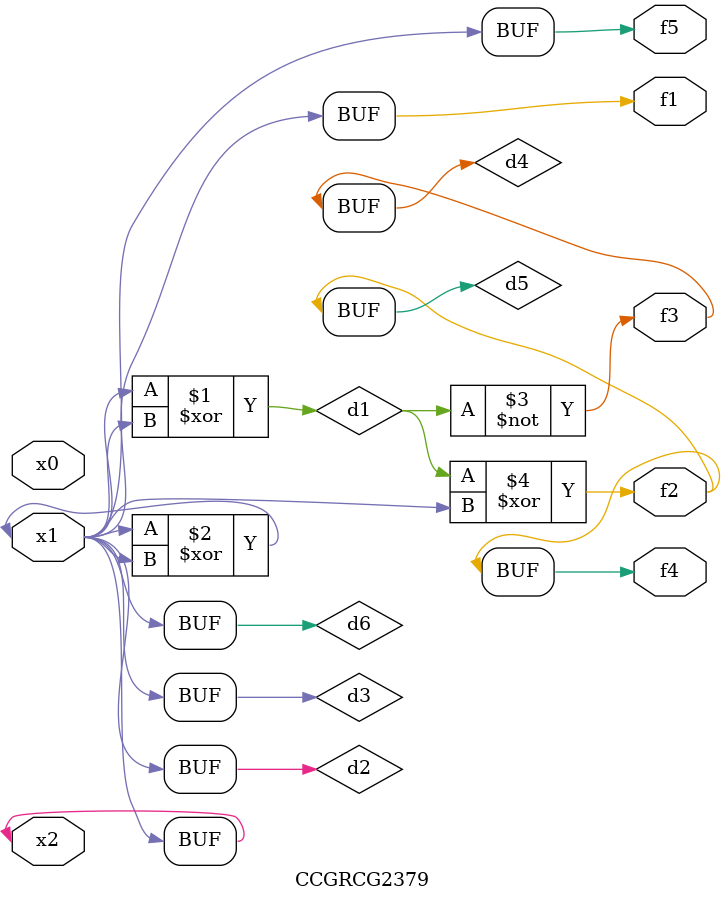
<source format=v>
module CCGRCG2379(
	input x0, x1, x2,
	output f1, f2, f3, f4, f5
);

	wire d1, d2, d3, d4, d5, d6;

	xor (d1, x1, x2);
	buf (d2, x1, x2);
	xor (d3, x1, x2);
	nor (d4, d1);
	xor (d5, d1, d2);
	buf (d6, d2, d3);
	assign f1 = d6;
	assign f2 = d5;
	assign f3 = d4;
	assign f4 = d5;
	assign f5 = d6;
endmodule

</source>
